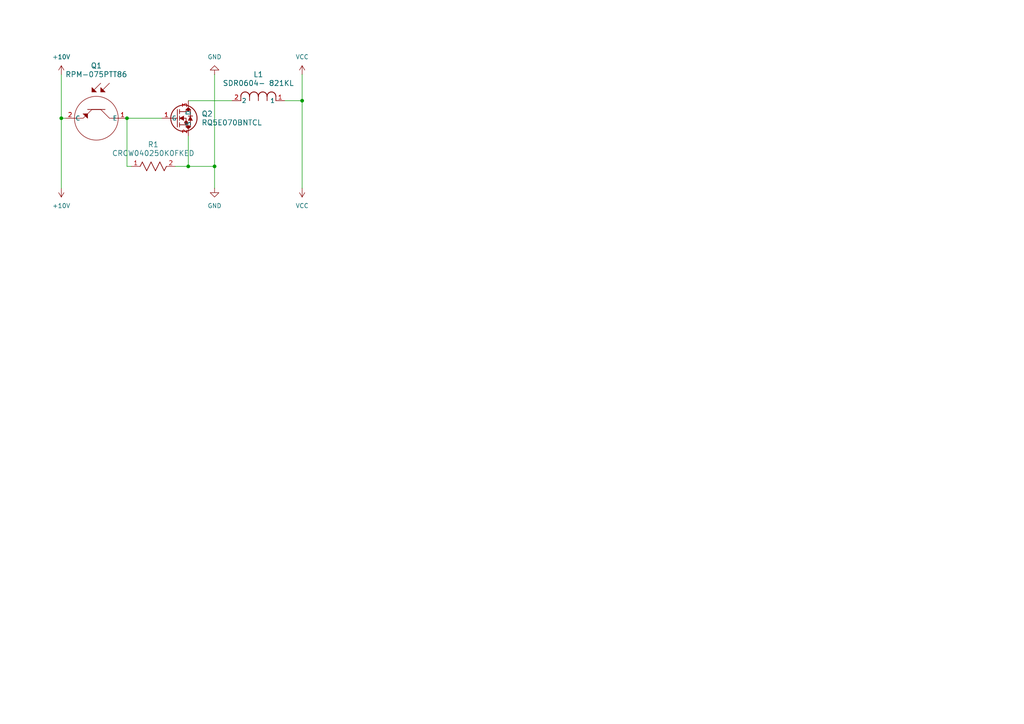
<source format=kicad_sch>
(kicad_sch (version 20250114) (generator "eeschema") (generator_version "9.0")
  (paper "A4")
  (title_block (title "LightTouch_10x10") (date "2025-03-22") (rev "v01") (company "UC Santa Barbara") (comment 4 "Author: Dustin Goetz"))
  (lib_symbols
    (symbol "CRCW040250K0FKED:CRCW040250K0FKED" (pin_names (offset 0.254))
      (property "Reference" "R" (at 5.715 3.81 0))
      (property "Value" "CRCW040250K0FKED" (at 6.35 -3.81 0))
      (symbol "CRCW040250K0FKED_1_1"
        (polyline (pts (xy 2.54 0) (xy 3.175 1.27)) (stroke (width 0.2032)))
        (polyline (pts (xy 3.175 1.27) (xy 4.445 -1.27)) (stroke (width 0.2032)))
        (polyline (pts (xy 4.445 -1.27) (xy 5.715 1.27)) (stroke (width 0.2032)))
        (polyline (pts (xy 5.715 1.27) (xy 6.985 -1.27)) (stroke (width 0.2032)))
        (polyline (pts (xy 6.985 -1.27) (xy 8.255 1.27)) (stroke (width 0.2032)))
        (polyline (pts (xy 8.255 1.27) (xy 9.525 -1.27)) (stroke (width 0.2032)))
        (polyline (pts (xy 9.525 -1.27) (xy 10.16 0)) (stroke (width 0.2032)))
        (pin unspecified line (at 0 0 0) (length 2.54) (name "") (number "1"))
        (pin unspecified line (at 12.7 0 180) (length 2.54) (name "") (number "2"))
      )
      (symbol "CRCW040250K0FKED_1_2"
        (polyline (pts (xy -1.27 8.255) (xy 1.27 9.525)) (stroke (width 0.2032)))
        (polyline (pts (xy -1.27 5.715) (xy 1.27 6.985)) (stroke (width 0.2032)))
        (polyline (pts (xy -1.27 3.175) (xy 1.27 4.445)) (stroke (width 0.2032)))
        (polyline (pts (xy 0 2.54) (xy -1.27 3.175)) (stroke (width 0.2032)))
        (polyline (pts (xy 1.27 9.525) (xy 0 10.16)) (stroke (width 0.2032)))
        (polyline (pts (xy 1.27 6.985) (xy -1.27 8.255)) (stroke (width 0.2032)))
        (polyline (pts (xy 1.27 4.445) (xy -1.27 5.715)) (stroke (width 0.2032)))
        (pin unspecified line (at 0 12.7 270) (length 2.54) (name "") (number "1"))
        (pin unspecified line (at 0 0 90) (length 2.54) (name "") (number "2"))
      )
    )
    (symbol "RPM-075PTT86:RPM-075PTT86" (pin_names (offset 0.254))
      (property "Reference" "Q" (at 0 11.938 0))
      (property "Value" "RPM-075PTT86" (at 1.27 14.732 0))
      (symbol "RPM-075PTT86_1_1"
        (polyline (pts (xy -6.35 0) (xy -3.81 0) (xy -1.27 2.54) (xy 1.27 2.54) (xy 3.81 0) (xy 6.35 0)))
        (polyline (pts (xy -3.81 1.27) (xy -2.54 0) (xy -2.54 1.27) (xy -3.81 1.27)) (fill (type outline)))
        (polyline (pts (xy -2.54 2.54) (xy 2.54 2.54)) (stroke (width 0.2032)))
        (polyline (pts (xy -1.27 7.62) (xy 1.27 10.16)))
        (polyline (pts (xy 0 7.62) (xy -1.27 8.89) (xy -1.27 7.62) (xy 0 7.62)) (fill (type outline)))
        (circle (center 0 0) (radius 6.35))
        (polyline (pts (xy 1.27 7.62) (xy 3.81 10.16)))
        (polyline (pts (xy 2.54 7.62) (xy 1.27 8.89) (xy 1.27 7.62) (xy 2.54 7.62)) (fill (type outline)))
        (pin input line (at -8.89 0 0) (length 2.54) (name "C") (number "2"))
        (pin output line (at 8.89 0 180) (length 2.54) (name "E") (number "1"))
      )
    )
    (symbol "RQ5E070BNTCL:RQ5E070BNTCL" (pin_names (offset 0.254))
      (property "Reference" "Q" (at 0.254 12.7 0))
      (property "Value" "RQ5E070BNTCL" (at 0.508 14.986 0))
      (symbol "RQ5E070BNTCL_0_1"
        (polyline (pts (xy -3.81 0) (xy -1.905 0)) (stroke (width 0.2032)))
        (polyline (pts (xy -1.905 -2.54) (xy -1.905 2.54)) (stroke (width 0.2032)))
        (polyline (pts (xy -1.27 1.905) (xy 0.635 1.905)) (stroke (width 0.2032)))
        (polyline (pts (xy -1.27 1.27) (xy -1.27 2.54)) (stroke (width 0.2032)))
        (polyline (pts (xy -1.27 -0.635) (xy -1.27 0.635)) (stroke (width 0.2032)))
        (polyline (pts (xy -1.27 -1.905) (xy 0.635 -1.905)) (stroke (width 0.2032)))
        (polyline (pts (xy -1.27 -2.54) (xy -1.27 -1.27)) (stroke (width 0.2032)))
        (polyline (pts (xy 0 0.635) (xy -1.27 0) (xy 0 -0.635)) (fill (type outline)))
        (polyline (pts (xy 0 0) (xy 0.635 0)) (stroke (width 0.2032)))
        (circle (center 0 0) (radius 3.81) (stroke (width 0.254)))
        (polyline (pts (xy 0.635 2.54) (xy 1.905 2.54)) (stroke (width 0.2032)))
        (polyline (pts (xy 0.635 1.905) (xy 0.635 2.54)) (stroke (width 0.2032)))
        (circle (center 0.635 -1.27) (radius 0.0254) (stroke (width 0.508)))
        (polyline (pts (xy 0.635 -2.54) (xy 0.635 0)) (stroke (width 0.2032)))
        (polyline (pts (xy 0.635 -2.54) (xy 1.905 -2.54)) (stroke (width 0.2032)))
        (circle (center 1.27 2.54) (radius 0.0254) (stroke (width 0.508)))
        (circle (center 1.27 -2.54) (radius 0.0254) (stroke (width 0.508)))
        (polyline (pts (xy 1.905 0.635) (xy 1.905 2.54)) (stroke (width 0.2032)))
        (polyline (pts (xy 1.905 -2.54) (xy 1.905 -0.635)) (stroke (width 0.2032)))
        (polyline (pts (xy 2.54 0.635) (xy 1.27 0.635)) (stroke (width 0.2032)))
        (polyline (pts (xy 2.54 -0.635) (xy 1.27 -0.635) (xy 1.905 0.635)) (fill (type outline)))
      )
      (symbol "RQ5E070BNTCL_1_1"
        (pin input line (at -6.35 0 0) (length 2.54) (name "G") (number "1"))
        (pin input line (at 1.27 5.08 270) (length 2.54) (name "D") (number "3"))
        (pin output line (at 1.27 -5.08 90) (length 2.54) (name "S") (number "2"))
      )
    )
    (symbol "SDR0604-821KL:SDR0604-_821KL" (pin_names (offset 0.254))
      (property "Reference" "L" (at 6.985 5.08 0))
      (property "Value" "SDR0604- 821KL" (at 6.985 -2.54 0))
      (symbol "SDR0604-_821KL_1_1"
        (polyline (pts (xy 2.54 0) (xy 2.54 1.27)) (stroke (width 0.2032)))
        (arc (start 2.54 1.27) (mid 3.81 2.5344) (end 5.08 1.27) (stroke (width 0.254)))
        (polyline (pts (xy 5.08 0) (xy 5.08 1.27)) (stroke (width 0.2032)))
        (arc (start 5.08 1.27) (mid 6.35 2.5344) (end 7.62 1.27) (stroke (width 0.254)))
        (polyline (pts (xy 7.62 0) (xy 7.62 1.27)) (stroke (width 0.2032)))
        (arc (start 7.62 1.27) (mid 8.89 2.5344) (end 10.16 1.27) (stroke (width 0.254)))
        (polyline (pts (xy 10.16 0) (xy 10.16 1.27)) (stroke (width 0.2032)))
        (arc (start 10.16 1.27) (mid 11.43 2.5344) (end 12.7 1.27) (stroke (width 0.254)))
        (polyline (pts (xy 12.7 0) (xy 12.7 1.27)) (stroke (width 0.2032)))
        (pin unspecified line (at 0 0 0) (length 2.54) (name "2") (number "2"))
        (pin unspecified line (at 15.24 0 180) (length 2.54) (name "1") (number "1"))
      )
      (symbol "SDR0604-_821KL_1_2"
        (arc (start -1.27 10.16) (mid -2.5344 11.43) (end -1.27 12.7) (stroke (width 0.254)))
        (arc (start -1.27 7.62) (mid -2.5344 8.89) (end -1.27 10.16) (stroke (width 0.254)))
        (arc (start -1.27 5.08) (mid -2.5344 6.35) (end -1.27 7.62) (stroke (width 0.254)))
        (arc (start -1.27 2.54) (mid -2.5344 3.81) (end -1.27 5.08) (stroke (width 0.254)))
        (polyline (pts (xy 0 12.7) (xy -1.27 12.7)) (stroke (width 0.2032)))
        (polyline (pts (xy 0 10.16) (xy -1.27 10.16)) (stroke (width 0.2032)))
        (polyline (pts (xy 0 7.62) (xy -1.27 7.62)) (stroke (width 0.2032)))
        (polyline (pts (xy 0 5.08) (xy -1.27 5.08)) (stroke (width 0.2032)))
        (polyline (pts (xy 0 2.54) (xy -1.27 2.54)) (stroke (width 0.2032)))
        (pin unspecified line (at 0 15.24 270) (length 2.54) (name "1") (number "1"))
        (pin unspecified line (at 0 0 90) (length 2.54) (name "2") (number "2"))
      )
    )
    (symbol "power:+10V" (power) (pin_numbers (hide yes)) (pin_names (offset 0) (hide yes))
      (property "Value" "+10V" (at 0 3.556 0))
      (symbol "+10V_0_1"
        (polyline (pts (xy -0.762 1.27) (xy 0 2.54)))
        (polyline (pts (xy 0 2.54) (xy 0.762 1.27)))
        (polyline (pts (xy 0 0) (xy 0 2.54)))
      )
      (symbol "+10V_1_1"
        (pin power_in line (at 0 0 90) (length 0) (name "~") (number "1"))
      )
    )
    (symbol "power:GND" (power) (pin_numbers (hide yes)) (pin_names (offset 0) (hide yes))
      (property "Value" "GND" (at 0 -3.81 0))
      (symbol "GND_0_1"
        (polyline (pts (xy 0 0) (xy 0 -1.27) (xy 1.27 -1.27) (xy 0 -2.54) (xy -1.27 -1.27) (xy 0 -1.27)))
      )
      (symbol "GND_1_1"
        (pin power_in line (at 0 0 270) (length 0) (name "~") (number "1"))
      )
    )
    (symbol "power:VCC" (power) (pin_numbers (hide yes)) (pin_names (offset 0) (hide yes))
      (property "Value" "VCC" (at 0 3.556 0))
      (symbol "VCC_0_1"
        (polyline (pts (xy -0.762 1.27) (xy 0 2.54)))
        (polyline (pts (xy 0 2.54) (xy 0.762 1.27)))
        (polyline (pts (xy 0 0) (xy 0 2.54)))
      )
      (symbol "VCC_1_1"
        (pin power_in line (at 0 0 90) (length 0) (name "~") (number "1"))
      )
    )
  )
  (junction (at 62.23 48.26))
  (junction (at 87.63 29.21))
  (junction (at 36.83 34.29))
  (junction (at 17.78 34.29))
  (junction (at 54.61 48.26))
  (wire (pts (xy 62.23 48.26) (xy 62.23 54.61)))
  (wire (pts (xy 17.78 34.29) (xy 17.78 54.61)))
  (wire (pts (xy 54.61 48.26) (xy 54.61 39.37)))
  (wire (pts (xy 50.8 48.26) (xy 54.61 48.26)))
  (wire (pts (xy 17.78 34.29) (xy 19.05 34.29)))
  (wire (pts (xy 87.63 21.59) (xy 87.63 29.21)))
  (wire (pts (xy 82.55 29.21) (xy 87.63 29.21)))
  (wire (pts (xy 87.63 29.21) (xy 87.63 54.61)))
  (wire (pts (xy 62.23 21.59) (xy 62.23 48.26)))
  (wire (pts (xy 36.83 34.29) (xy 46.99 34.29)))
  (wire (pts (xy 36.83 34.29) (xy 36.83 48.26)))
  (wire (pts (xy 54.61 48.26) (xy 62.23 48.26)))
  (wire (pts (xy 54.61 29.21) (xy 67.31 29.21)))
  (wire (pts (xy 36.83 48.26) (xy 38.1 48.26)))
  (wire (pts (xy 17.78 21.59) (xy 17.78 34.29)))
  (symbol (lib_id "power:+10V") (at 17.78 21.59 0) (unit 1)
    (property "Reference" "#PWR01" (effects (hide yes)))
    (property "Value" "+10V" (at 17.78 16.51 0))
    (property "Description" "Power symbol creates a global label with name \"+10V\"" (effects (hide yes)))
  )
  (symbol (lib_id "RQ5E070BNTCL:RQ5E070BNTCL") (at 53.34 34.29 0) (unit 1)
    (property "Reference" "Q2" (at 58.42 33.0199 0) (effects (font (size 1.524 1.524)) (justify left)))
    (property "Value" "RQ5E070BNTCL" (at 58.42 35.5599 0) (effects (font (size 1.524 1.524)) (justify left)))
    (property "Footprint" "footprints:TRANS_RDR005N_ROM" (effects (hide yes)))
    (property "Datasheet" "RQ5E070BNTCL" (effects (hide yes)))
  )
  (symbol (lib_id "RPM-075PTT86:RPM-075PTT86") (at 27.94 34.29 0) (unit 1)
    (property "Reference" "Q1" (at 27.94 19.05 0) (effects (font (size 1.524 1.524))))
    (property "Value" "RPM-075PTT86" (at 27.94 21.59 0) (effects (font (size 1.524 1.524))))
    (property "Footprint" "footprints:TRANS_RPM-075P_ROM" (effects (hide yes)))
    (property "Datasheet" "RPM-075PTT86" (effects (hide yes)))
  )
  (symbol (lib_id "power:VCC") (at 87.63 21.59 0) (unit 1)
    (property "Reference" "#PWR05" (effects (hide yes)))
    (property "Value" "VCC" (at 87.63 16.51 0))
    (property "Description" "Power symbol creates a global label with name \"VCC\"" (effects (hide yes)))
  )
  (symbol (lib_id "SDR0604-821KL:SDR0604-_821KL") (at 67.31 29.21 0) (unit 1)
    (property "Reference" "L1" (at 74.93 21.59 0) (effects (font (size 1.524 1.524))))
    (property "Value" "SDR0604- 821KL" (at 74.93 24.13 0) (effects (font (size 1.524 1.524))))
    (property "Footprint" "footprints:IND_BOURNS_SDR0604" (effects (hide yes)))
    (property "Datasheet" "SDR0604- 821KL" (effects (hide yes)))
  )
  (symbol (lib_id "power:GND") (at 62.23 54.61 0) (unit 1)
    (property "Reference" "#PWR04" (effects (hide yes)))
    (property "Value" "GND" (at 62.23 59.69 0))
    (property "Description" "Power symbol creates a global label with name \"GND\" , ground" (effects (hide yes)))
  )
  (symbol (lib_id "power:GND") (at 62.23 21.59 180) (unit 1)
    (property "Reference" "#PWR03" (effects (hide yes)))
    (property "Value" "GND" (at 62.23 16.51 0))
    (property "Description" "Power symbol creates a global label with name \"GND\" , ground" (effects (hide yes)))
  )
  (symbol (lib_id "power:+10V") (at 17.78 54.61 180) (unit 1)
    (property "Reference" "#PWR02" (effects (hide yes)))
    (property "Value" "+10V" (at 17.78 59.69 0))
    (property "Description" "Power symbol creates a global label with name \"+10V\"" (effects (hide yes)))
  )
  (symbol (lib_id "power:VCC") (at 87.63 54.61 180) (unit 1)
    (property "Reference" "#PWR06" (effects (hide yes)))
    (property "Value" "VCC" (at 87.63 59.69 0))
    (property "Description" "Power symbol creates a global label with name \"VCC\"" (effects (hide yes)))
  )
  (symbol (lib_id "CRCW040250K0FKED:CRCW040250K0FKED") (at 38.1 48.26 0) (unit 1)
    (property "Reference" "R1" (at 44.45 41.91 0) (effects (font (size 1.524 1.524))))
    (property "Value" "CRCW040250K0FKED" (at 44.45 44.45 0) (effects (font (size 1.524 1.524))))
    (property "Footprint" "footprints:RES_CRCW0402_VIS" (effects (hide yes)))
    (property "Datasheet" "CRCW040250K0FKED" (effects (hide yes)))
  )
)
</source>
